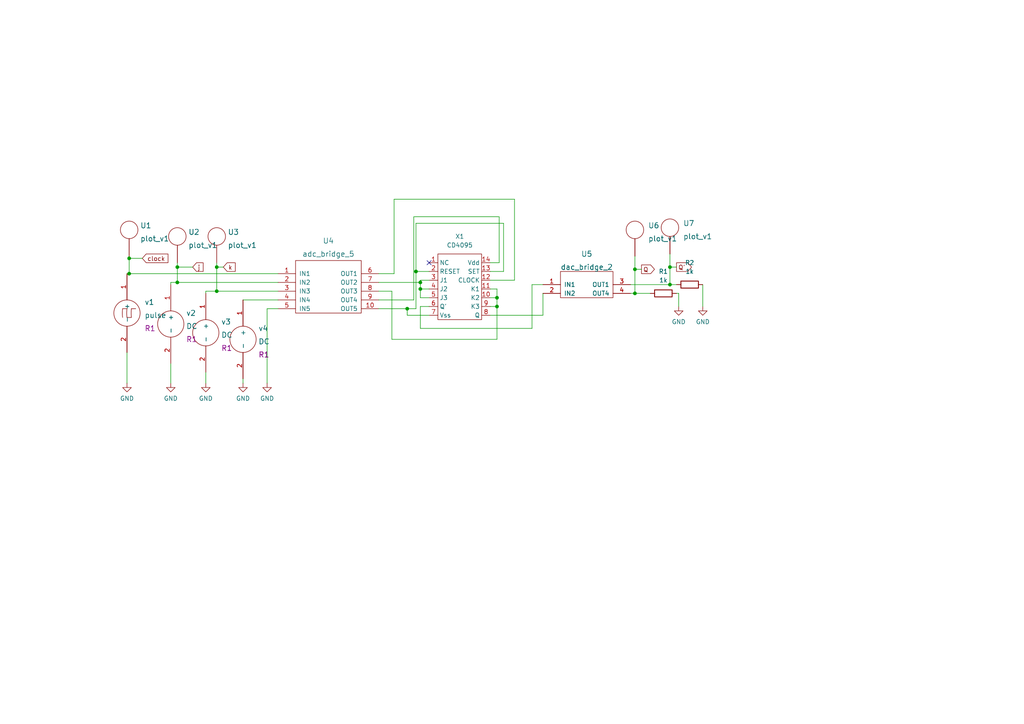
<source format=kicad_sch>
(kicad_sch (version 20211123) (generator eeschema)

  (uuid 6ddb2548-daac-4fd9-b266-70cd623a22a5)

  (paper "A4")

  (lib_symbols
    (symbol "eSim_Devices:resistor" (pin_numbers hide) (pin_names (offset 0)) (in_bom yes) (on_board yes)
      (property "Reference" "R" (id 0) (at 1.27 3.302 0)
        (effects (font (size 1.27 1.27)))
      )
      (property "Value" "resistor" (id 1) (at 1.27 -1.27 0)
        (effects (font (size 1.27 1.27)))
      )
      (property "Footprint" "" (id 2) (at 1.27 -0.508 0)
        (effects (font (size 0.762 0.762)))
      )
      (property "Datasheet" "" (id 3) (at 1.27 1.27 90)
        (effects (font (size 0.762 0.762)))
      )
      (property "ki_fp_filters" "R_* Resistor_*" (id 4) (at 0 0 0)
        (effects (font (size 1.27 1.27)) hide)
      )
      (symbol "resistor_0_1"
        (rectangle (start 3.81 0.254) (end -1.27 2.286)
          (stroke (width 0.254) (type default) (color 0 0 0 0))
          (fill (type none))
        )
      )
      (symbol "resistor_1_1"
        (pin passive line (at -2.54 1.27 0) (length 1.27)
          (name "~" (effects (font (size 1.524 1.524))))
          (number "1" (effects (font (size 1.524 1.524))))
        )
        (pin passive line (at 5.08 1.27 180) (length 1.27)
          (name "~" (effects (font (size 1.524 1.524))))
          (number "2" (effects (font (size 1.524 1.524))))
        )
      )
    )
    (symbol "eSim_Hybrid:adc_bridge_5" (pin_names (offset 1.016)) (in_bom yes) (on_board yes)
      (property "Reference" "U" (id 0) (at 0 0 0)
        (effects (font (size 1.524 1.524)))
      )
      (property "Value" "adc_bridge_5" (id 1) (at 0 3.81 0)
        (effects (font (size 1.524 1.524)))
      )
      (property "Footprint" "" (id 2) (at 0 0 0)
        (effects (font (size 1.524 1.524)))
      )
      (property "Datasheet" "" (id 3) (at 0 0 0)
        (effects (font (size 1.524 1.524)))
      )
      (symbol "adc_bridge_5_0_1"
        (rectangle (start -10.16 5.08) (end 8.89 -10.16)
          (stroke (width 0) (type default) (color 0 0 0 0))
          (fill (type none))
        )
      )
      (symbol "adc_bridge_5_1_1"
        (pin input line (at -15.24 1.27 0) (length 5.08)
          (name "IN1" (effects (font (size 1.27 1.27))))
          (number "1" (effects (font (size 1.27 1.27))))
        )
        (pin output line (at 13.97 -8.89 180) (length 5.08)
          (name "OUT5" (effects (font (size 1.27 1.27))))
          (number "10" (effects (font (size 1.27 1.27))))
        )
        (pin input line (at -15.24 -1.27 0) (length 5.08)
          (name "IN2" (effects (font (size 1.27 1.27))))
          (number "2" (effects (font (size 1.27 1.27))))
        )
        (pin input line (at -15.24 -3.81 0) (length 5.08)
          (name "IN3" (effects (font (size 1.27 1.27))))
          (number "3" (effects (font (size 1.27 1.27))))
        )
        (pin input line (at -15.24 -6.35 0) (length 5.08)
          (name "IN4" (effects (font (size 1.27 1.27))))
          (number "4" (effects (font (size 1.27 1.27))))
        )
        (pin input line (at -15.24 -8.89 0) (length 5.08)
          (name "IN5" (effects (font (size 1.27 1.27))))
          (number "5" (effects (font (size 1.27 1.27))))
        )
        (pin output line (at 13.97 1.27 180) (length 5.08)
          (name "OUT1" (effects (font (size 1.27 1.27))))
          (number "6" (effects (font (size 1.27 1.27))))
        )
        (pin output line (at 13.97 -1.27 180) (length 5.08)
          (name "OUT2" (effects (font (size 1.27 1.27))))
          (number "7" (effects (font (size 1.27 1.27))))
        )
        (pin output line (at 13.97 -3.81 180) (length 5.08)
          (name "OUT3" (effects (font (size 1.27 1.27))))
          (number "8" (effects (font (size 1.27 1.27))))
        )
        (pin output line (at 13.97 -6.35 180) (length 5.08)
          (name "OUT4" (effects (font (size 1.27 1.27))))
          (number "9" (effects (font (size 1.27 1.27))))
        )
      )
    )
    (symbol "eSim_Hybrid:dac_bridge_2" (pin_names (offset 1.016)) (in_bom yes) (on_board yes)
      (property "Reference" "U" (id 0) (at 0 0 0)
        (effects (font (size 1.524 1.524)))
      )
      (property "Value" "dac_bridge_2" (id 1) (at 1.27 3.81 0)
        (effects (font (size 1.524 1.524)))
      )
      (property "Footprint" "" (id 2) (at 0 0 0)
        (effects (font (size 1.524 1.524)))
      )
      (property "Datasheet" "" (id 3) (at 0 0 0)
        (effects (font (size 1.524 1.524)))
      )
      (symbol "dac_bridge_2_0_1"
        (rectangle (start -6.35 5.08) (end 8.89 -2.54)
          (stroke (width 0) (type default) (color 0 0 0 0))
          (fill (type none))
        )
      )
      (symbol "dac_bridge_2_1_1"
        (pin input line (at -11.43 1.27 0) (length 5.08)
          (name "IN1" (effects (font (size 1.27 1.27))))
          (number "1" (effects (font (size 1.27 1.27))))
        )
        (pin input line (at -11.43 -1.27 0) (length 5.08)
          (name "IN2" (effects (font (size 1.27 1.27))))
          (number "2" (effects (font (size 1.27 1.27))))
        )
        (pin output line (at 13.97 1.27 180) (length 5.08)
          (name "OUT1" (effects (font (size 1.27 1.27))))
          (number "3" (effects (font (size 1.27 1.27))))
        )
        (pin output line (at 13.97 -1.27 180) (length 5.08)
          (name "OUT4" (effects (font (size 1.27 1.27))))
          (number "4" (effects (font (size 1.27 1.27))))
        )
      )
    )
    (symbol "eSim_Plot:plot_v1" (pin_names (offset 1.016)) (in_bom yes) (on_board yes)
      (property "Reference" "U" (id 0) (at 0 12.7 0)
        (effects (font (size 1.524 1.524)))
      )
      (property "Value" "plot_v1" (id 1) (at 5.08 8.89 0)
        (effects (font (size 1.524 1.524)))
      )
      (property "Footprint" "" (id 2) (at 0 0 0)
        (effects (font (size 1.524 1.524)))
      )
      (property "Datasheet" "" (id 3) (at 0 0 0)
        (effects (font (size 1.524 1.524)))
      )
      (symbol "plot_v1_0_1"
        (circle (center 0 12.7) (radius 2.54)
          (stroke (width 0) (type default) (color 0 0 0 0))
          (fill (type none))
        )
      )
      (symbol "plot_v1_1_1"
        (pin input line (at 0 5.08 90) (length 5.08)
          (name "~" (effects (font (size 1.27 1.27))))
          (number "~" (effects (font (size 1.27 1.27))))
        )
      )
    )
    (symbol "eSim_Power:eSim_GND" (power) (pin_names (offset 0)) (in_bom yes) (on_board yes)
      (property "Reference" "#PWR" (id 0) (at 0 -6.35 0)
        (effects (font (size 1.27 1.27)) hide)
      )
      (property "Value" "eSim_GND" (id 1) (at 0 -3.81 0)
        (effects (font (size 1.27 1.27)))
      )
      (property "Footprint" "" (id 2) (at 0 0 0)
        (effects (font (size 1.27 1.27)) hide)
      )
      (property "Datasheet" "" (id 3) (at 0 0 0)
        (effects (font (size 1.27 1.27)) hide)
      )
      (symbol "eSim_GND_0_1"
        (polyline
          (pts
            (xy 0 0)
            (xy 0 -1.27)
            (xy 1.27 -1.27)
            (xy 0 -2.54)
            (xy -1.27 -1.27)
            (xy 0 -1.27)
          )
          (stroke (width 0) (type default) (color 0 0 0 0))
          (fill (type none))
        )
      )
      (symbol "eSim_GND_1_1"
        (pin power_in line (at 0 0 270) (length 0) hide
          (name "GND" (effects (font (size 1.27 1.27))))
          (number "1" (effects (font (size 1.27 1.27))))
        )
      )
    )
    (symbol "eSim_Sources:DC" (pin_names (offset 1.016)) (in_bom yes) (on_board yes)
      (property "Reference" "v" (id 0) (at -5.08 2.54 0)
        (effects (font (size 1.524 1.524)))
      )
      (property "Value" "DC" (id 1) (at -5.08 -1.27 0)
        (effects (font (size 1.524 1.524)))
      )
      (property "Footprint" "R1" (id 2) (at -7.62 0 0)
        (effects (font (size 1.524 1.524)))
      )
      (property "Datasheet" "" (id 3) (at 0 0 0)
        (effects (font (size 1.524 1.524)))
      )
      (property "ki_fp_filters" "1_pin" (id 4) (at 0 0 0)
        (effects (font (size 1.27 1.27)) hide)
      )
      (symbol "DC_0_1"
        (circle (center 0 0) (radius 3.81)
          (stroke (width 0) (type default) (color 0 0 0 0))
          (fill (type none))
        )
      )
      (symbol "DC_1_1"
        (pin power_out line (at 0 11.43 270) (length 7.62)
          (name "+" (effects (font (size 1.27 1.27))))
          (number "1" (effects (font (size 1.27 1.27))))
        )
        (pin power_out line (at 0 -11.43 90) (length 7.62)
          (name "-" (effects (font (size 1.27 1.27))))
          (number "2" (effects (font (size 1.27 1.27))))
        )
      )
    )
    (symbol "eSim_Sources:pulse" (pin_names (offset 1.016)) (in_bom yes) (on_board yes)
      (property "Reference" "v" (id 0) (at -5.08 2.54 0)
        (effects (font (size 1.524 1.524)))
      )
      (property "Value" "pulse" (id 1) (at -5.08 -1.27 0)
        (effects (font (size 1.524 1.524)))
      )
      (property "Footprint" "R1" (id 2) (at -7.62 0 0)
        (effects (font (size 1.524 1.524)))
      )
      (property "Datasheet" "" (id 3) (at 0 0 0)
        (effects (font (size 1.524 1.524)))
      )
      (property "ki_fp_filters" "1_pin" (id 4) (at 0 0 0)
        (effects (font (size 1.27 1.27)) hide)
      )
      (symbol "pulse_0_1"
        (arc (start -1.27 1.27) (mid -1.3491 0) (end -1.27 -1.27)
          (stroke (width 0) (type default) (color 0 0 0 0))
          (fill (type none))
        )
        (arc (start 0 -1.27) (mid 0.635 -1.2876) (end 1.27 -1.27)
          (stroke (width 0) (type default) (color 0 0 0 0))
          (fill (type none))
        )
        (circle (center 0 0) (radius 3.81)
          (stroke (width 0) (type default) (color 0 0 0 0))
          (fill (type none))
        )
        (arc (start 0 1.27) (mid -0.635 1.2859) (end -1.27 1.27)
          (stroke (width 0) (type default) (color 0 0 0 0))
          (fill (type none))
        )
        (arc (start 0 1.27) (mid -0.0703 0) (end 0 -1.27)
          (stroke (width 0) (type default) (color 0 0 0 0))
          (fill (type none))
        )
        (arc (start 1.27 1.27) (mid 1.2124 0) (end 1.27 -1.27)
          (stroke (width 0) (type default) (color 0 0 0 0))
          (fill (type none))
        )
        (arc (start 1.27 1.27) (mid 1.905 1.2556) (end 2.54 1.27)
          (stroke (width 0) (type default) (color 0 0 0 0))
          (fill (type none))
        )
      )
      (symbol "pulse_1_1"
        (pin passive line (at 0 11.43 270) (length 7.62)
          (name "+" (effects (font (size 1.27 1.27))))
          (number "1" (effects (font (size 1.27 1.27))))
        )
        (pin passive line (at 0 -11.43 90) (length 7.62)
          (name "-" (effects (font (size 1.27 1.27))))
          (number "2" (effects (font (size 1.27 1.27))))
        )
      )
    )
    (symbol "eSim_Subckt:CD4095" (in_bom yes) (on_board yes)
      (property "Reference" "X" (id 0) (at 0 -10.16 0)
        (effects (font (size 1.27 1.27)))
      )
      (property "Value" "CD4095" (id 1) (at 0 13.97 0)
        (effects (font (size 1.27 1.27)))
      )
      (property "Footprint" "" (id 2) (at 0 0 0)
        (effects (font (size 1.27 1.27)) hide)
      )
      (property "Datasheet" "" (id 3) (at 0 0 0)
        (effects (font (size 1.27 1.27)) hide)
      )
      (symbol "CD4095_0_1"
        (rectangle (start -6.35 12.7) (end 6.35 -6.35)
          (stroke (width 0) (type default) (color 0 0 0 0))
          (fill (type none))
        )
      )
      (symbol "CD4095_1_1"
        (pin input line (at -8.89 10.16 0) (length 2.54)
          (name "NC" (effects (font (size 1.27 1.27))))
          (number "1" (effects (font (size 1.27 1.27))))
        )
        (pin input line (at 8.89 0 180) (length 2.54)
          (name "K2" (effects (font (size 1.27 1.27))))
          (number "10" (effects (font (size 1.27 1.27))))
        )
        (pin input line (at 8.89 2.54 180) (length 2.54)
          (name "K1" (effects (font (size 1.27 1.27))))
          (number "11" (effects (font (size 1.27 1.27))))
        )
        (pin input line (at 8.89 5.08 180) (length 2.54)
          (name "CLOCK" (effects (font (size 1.27 1.27))))
          (number "12" (effects (font (size 1.27 1.27))))
        )
        (pin input line (at 8.89 7.62 180) (length 2.54)
          (name "SET" (effects (font (size 1.27 1.27))))
          (number "13" (effects (font (size 1.27 1.27))))
        )
        (pin input line (at 8.89 10.16 180) (length 2.54)
          (name "Vdd" (effects (font (size 1.27 1.27))))
          (number "14" (effects (font (size 1.27 1.27))))
        )
        (pin input line (at -8.89 7.62 0) (length 2.54)
          (name "RESET" (effects (font (size 1.27 1.27))))
          (number "2" (effects (font (size 1.27 1.27))))
        )
        (pin input line (at -8.89 5.08 0) (length 2.54)
          (name "J1" (effects (font (size 1.27 1.27))))
          (number "3" (effects (font (size 1.27 1.27))))
        )
        (pin input line (at -8.89 2.54 0) (length 2.54)
          (name "J2" (effects (font (size 1.27 1.27))))
          (number "4" (effects (font (size 1.27 1.27))))
        )
        (pin input line (at -8.89 0 0) (length 2.54)
          (name "J3" (effects (font (size 1.27 1.27))))
          (number "5" (effects (font (size 1.27 1.27))))
        )
        (pin output line (at -8.89 -2.54 0) (length 2.54)
          (name "Q'" (effects (font (size 1.27 1.27))))
          (number "6" (effects (font (size 1.27 1.27))))
        )
        (pin input line (at -8.89 -5.08 0) (length 2.54)
          (name "Vss" (effects (font (size 1.27 1.27))))
          (number "7" (effects (font (size 1.27 1.27))))
        )
        (pin output line (at 8.89 -5.08 180) (length 2.54)
          (name "Q" (effects (font (size 1.27 1.27))))
          (number "8" (effects (font (size 1.27 1.27))))
        )
        (pin input line (at 8.89 -2.54 180) (length 2.54)
          (name "K3" (effects (font (size 1.27 1.27))))
          (number "9" (effects (font (size 1.27 1.27))))
        )
      )
    )
  )


  (junction (at 62.865 84.455) (diameter 0) (color 0 0 0 0)
    (uuid 158fc8bf-2372-4ab1-8c63-4d4c7d0093a2)
  )
  (junction (at 121.92 83.82) (diameter 0) (color 0 0 0 0)
    (uuid 1a75dfb1-8a4d-497e-aca8-b90ae5345381)
  )
  (junction (at 144.145 86.36) (diameter 0) (color 0 0 0 0)
    (uuid 47220aa5-b401-4f21-b9d9-42831526fa72)
  )
  (junction (at 121.92 81.915) (diameter 0) (color 0 0 0 0)
    (uuid 5fe9ecb5-48b3-46cc-afa8-26ea6e1519f0)
  )
  (junction (at 37.465 74.93) (diameter 0) (color 0 0 0 0)
    (uuid 641153ee-9414-4fe8-8bd4-ebf04fe1efa1)
  )
  (junction (at 184.15 85.09) (diameter 0) (color 0 0 0 0)
    (uuid 6c8db3b9-f791-456e-b9fe-822def7f0e02)
  )
  (junction (at 51.435 81.915) (diameter 0) (color 0 0 0 0)
    (uuid 8d2b4fc5-2eb9-4d09-86c0-66047c4b934f)
  )
  (junction (at 120.65 78.74) (diameter 0) (color 0 0 0 0)
    (uuid 97bc157f-999a-4b31-8e48-a8fc11bb3646)
  )
  (junction (at 194.31 82.55) (diameter 0) (color 0 0 0 0)
    (uuid 98f8ca71-7408-440c-9cf2-8797a7e04ac2)
  )
  (junction (at 118.11 89.535) (diameter 0) (color 0 0 0 0)
    (uuid a2c88e5b-9cc0-46cf-8fec-4ebd4f605520)
  )
  (junction (at 184.15 78.105) (diameter 0) (color 0 0 0 0)
    (uuid c6b5f580-f917-435a-a6c6-5ab83333476d)
  )
  (junction (at 51.435 77.47) (diameter 0) (color 0 0 0 0)
    (uuid c730cb45-b937-4442-b7be-a4f7154de573)
  )
  (junction (at 37.465 79.375) (diameter 0) (color 0 0 0 0)
    (uuid c7c627dc-ac2e-432a-bb26-fa2280c04ff1)
  )
  (junction (at 194.31 77.47) (diameter 0) (color 0 0 0 0)
    (uuid d6691803-4e4a-4223-a142-7ccc1bfccae2)
  )
  (junction (at 62.865 77.47) (diameter 0) (color 0 0 0 0)
    (uuid ee5360cf-9bcf-4eee-8e15-b544f3fe6c25)
  )
  (junction (at 144.145 88.9) (diameter 0) (color 0 0 0 0)
    (uuid fcce4827-bac3-4935-baeb-2ed6e6dd829c)
  )

  (no_connect (at 124.46 76.2) (uuid adf08c6d-2d61-46f0-80ec-535aae0f803f))

  (wire (pts (xy 120.65 64.77) (xy 146.05 64.77))
    (stroke (width 0) (type default) (color 0 0 0 0))
    (uuid 0252c595-8316-410d-9ac1-a4e5a31e1276)
  )
  (wire (pts (xy 194.31 82.55) (xy 196.215 82.55))
    (stroke (width 0) (type default) (color 0 0 0 0))
    (uuid 02f66b93-4dd8-44a4-a344-e7bd80de6997)
  )
  (wire (pts (xy 144.78 62.865) (xy 144.78 76.2))
    (stroke (width 0) (type default) (color 0 0 0 0))
    (uuid 031e5e11-6960-4b7f-94b8-efa4947b80ae)
  )
  (wire (pts (xy 184.15 74.295) (xy 184.15 78.105))
    (stroke (width 0) (type default) (color 0 0 0 0))
    (uuid 065ff7ec-6968-465c-a154-863e6b0d1e00)
  )
  (wire (pts (xy 36.83 79.375) (xy 37.465 79.375))
    (stroke (width 0) (type default) (color 0 0 0 0))
    (uuid 0a30d9db-eeb3-4c8b-8db1-875e169ca2cd)
  )
  (wire (pts (xy 109.855 84.455) (xy 113.665 84.455))
    (stroke (width 0) (type default) (color 0 0 0 0))
    (uuid 0c58deed-f263-49e8-9e1a-0a82e82ed3b4)
  )
  (wire (pts (xy 37.465 74.93) (xy 41.275 74.93))
    (stroke (width 0) (type default) (color 0 0 0 0))
    (uuid 0fdf1e47-3fc1-4f5c-ad7f-a0f098aa2660)
  )
  (wire (pts (xy 124.46 86.36) (xy 121.92 86.36))
    (stroke (width 0) (type default) (color 0 0 0 0))
    (uuid 1117a7c4-c04e-4df0-a69d-e42eed7fb578)
  )
  (wire (pts (xy 142.24 88.9) (xy 144.145 88.9))
    (stroke (width 0) (type default) (color 0 0 0 0))
    (uuid 162590c9-903d-4e37-a972-095874603d3a)
  )
  (wire (pts (xy 59.69 107.95) (xy 59.69 111.125))
    (stroke (width 0) (type default) (color 0 0 0 0))
    (uuid 1ba98d3f-8f88-45e6-b036-75205bfff085)
  )
  (wire (pts (xy 142.24 78.74) (xy 146.05 78.74))
    (stroke (width 0) (type default) (color 0 0 0 0))
    (uuid 1cf90459-2527-4722-9267-9267127c11f0)
  )
  (wire (pts (xy 113.665 84.455) (xy 113.665 98.425))
    (stroke (width 0) (type default) (color 0 0 0 0))
    (uuid 20a5c6dc-67bd-4eda-a2ed-ab6cafdf9577)
  )
  (wire (pts (xy 124.46 83.82) (xy 121.92 83.82))
    (stroke (width 0) (type default) (color 0 0 0 0))
    (uuid 22b0b5cd-753a-4bbb-9aa6-68771f23d35d)
  )
  (wire (pts (xy 142.24 91.44) (xy 157.48 91.44))
    (stroke (width 0) (type default) (color 0 0 0 0))
    (uuid 22b8b13f-6eb4-4e1e-b6df-d471cfe74a62)
  )
  (wire (pts (xy 80.645 84.455) (xy 62.865 84.455))
    (stroke (width 0) (type default) (color 0 0 0 0))
    (uuid 2efd2627-1433-4ec3-ba24-fc3034481344)
  )
  (wire (pts (xy 182.88 85.09) (xy 184.15 85.09))
    (stroke (width 0) (type default) (color 0 0 0 0))
    (uuid 314097fd-cef5-4a7b-ae36-ec27c000b167)
  )
  (wire (pts (xy 49.53 81.915) (xy 51.435 81.915))
    (stroke (width 0) (type default) (color 0 0 0 0))
    (uuid 348afd13-2dd3-4d07-b128-ef86d38ec166)
  )
  (wire (pts (xy 36.83 102.235) (xy 36.83 111.125))
    (stroke (width 0) (type default) (color 0 0 0 0))
    (uuid 383ad95c-9783-4772-9893-81a7eae32178)
  )
  (wire (pts (xy 51.435 77.47) (xy 51.435 81.915))
    (stroke (width 0) (type default) (color 0 0 0 0))
    (uuid 39430e2b-8ead-493b-9417-e5a7ad1322eb)
  )
  (wire (pts (xy 120.015 86.995) (xy 120.015 62.865))
    (stroke (width 0) (type default) (color 0 0 0 0))
    (uuid 3b84a858-6726-4627-821e-ab531dd4fba5)
  )
  (wire (pts (xy 194.31 77.47) (xy 196.215 77.47))
    (stroke (width 0) (type default) (color 0 0 0 0))
    (uuid 3e5255e5-a25a-46b9-b74f-9282104fd352)
  )
  (wire (pts (xy 194.31 77.47) (xy 194.31 82.55))
    (stroke (width 0) (type default) (color 0 0 0 0))
    (uuid 412e789d-fb18-4b94-982a-8440109ea6fc)
  )
  (wire (pts (xy 120.65 78.74) (xy 120.65 64.77))
    (stroke (width 0) (type default) (color 0 0 0 0))
    (uuid 42879eca-1572-4d92-a31c-1e80a9976411)
  )
  (wire (pts (xy 120.65 89.535) (xy 120.65 78.74))
    (stroke (width 0) (type default) (color 0 0 0 0))
    (uuid 463b47bb-0714-4393-b92d-d662f42466b4)
  )
  (wire (pts (xy 144.145 88.9) (xy 144.145 98.425))
    (stroke (width 0) (type default) (color 0 0 0 0))
    (uuid 5af5d9df-7033-452b-9185-274bffc7edb4)
  )
  (wire (pts (xy 37.465 79.375) (xy 80.645 79.375))
    (stroke (width 0) (type default) (color 0 0 0 0))
    (uuid 6ae47885-6fa9-4f8e-ba2d-962a605aa7ba)
  )
  (wire (pts (xy 124.46 91.44) (xy 118.11 91.44))
    (stroke (width 0) (type default) (color 0 0 0 0))
    (uuid 6dca47cb-72d3-46de-a38c-13aa942b7934)
  )
  (wire (pts (xy 157.48 91.44) (xy 157.48 85.09))
    (stroke (width 0) (type default) (color 0 0 0 0))
    (uuid 75a00c31-306d-43cf-abba-91e2ca37ef32)
  )
  (wire (pts (xy 77.47 89.535) (xy 77.47 111.125))
    (stroke (width 0) (type default) (color 0 0 0 0))
    (uuid 75b318de-9ce2-4a75-8224-8f4039c73ceb)
  )
  (wire (pts (xy 62.865 77.47) (xy 64.77 77.47))
    (stroke (width 0) (type default) (color 0 0 0 0))
    (uuid 7f39a640-8a07-4b30-9e77-2ab0ffb4e654)
  )
  (wire (pts (xy 49.53 82.55) (xy 49.53 81.915))
    (stroke (width 0) (type default) (color 0 0 0 0))
    (uuid 7f8b1b53-ae05-437f-bf41-58715b736917)
  )
  (wire (pts (xy 51.435 77.47) (xy 55.88 77.47))
    (stroke (width 0) (type default) (color 0 0 0 0))
    (uuid 815c787b-babb-4ef6-994a-0935cf543de6)
  )
  (wire (pts (xy 62.865 84.455) (xy 59.69 84.455))
    (stroke (width 0) (type default) (color 0 0 0 0))
    (uuid 82e73234-9f01-4bbe-aab1-a96b8ae27d62)
  )
  (wire (pts (xy 196.215 85.09) (xy 196.85 85.09))
    (stroke (width 0) (type default) (color 0 0 0 0))
    (uuid 85574cbe-f395-42b7-ba7f-eb49a69a9bd5)
  )
  (wire (pts (xy 120.015 62.865) (xy 144.78 62.865))
    (stroke (width 0) (type default) (color 0 0 0 0))
    (uuid 881eafdf-80ef-4f31-91bc-5d79ab021972)
  )
  (wire (pts (xy 37.465 74.295) (xy 37.465 74.93))
    (stroke (width 0) (type default) (color 0 0 0 0))
    (uuid 8a1740bd-f297-401d-a814-7a329edb48b7)
  )
  (wire (pts (xy 144.145 83.82) (xy 144.145 86.36))
    (stroke (width 0) (type default) (color 0 0 0 0))
    (uuid 8a6e0760-23d9-463b-a411-a7d22e83f541)
  )
  (wire (pts (xy 184.15 78.105) (xy 184.15 85.09))
    (stroke (width 0) (type default) (color 0 0 0 0))
    (uuid 960a04fa-774d-4d72-9d8d-dc125e541c1d)
  )
  (wire (pts (xy 49.53 105.41) (xy 49.53 111.125))
    (stroke (width 0) (type default) (color 0 0 0 0))
    (uuid 9791590e-b5b2-47b9-9ae5-ba382d85a4a7)
  )
  (wire (pts (xy 118.11 91.44) (xy 118.11 89.535))
    (stroke (width 0) (type default) (color 0 0 0 0))
    (uuid a2cd2b8c-a04a-4c69-81b1-74aa683b928a)
  )
  (wire (pts (xy 109.855 81.915) (xy 121.92 81.915))
    (stroke (width 0) (type default) (color 0 0 0 0))
    (uuid a31c2aa9-c8af-4f37-b3c9-3b175f8d9e3a)
  )
  (wire (pts (xy 118.11 89.535) (xy 120.65 89.535))
    (stroke (width 0) (type default) (color 0 0 0 0))
    (uuid a42ff2df-3d39-436e-9ce0-a80c072fa36a)
  )
  (wire (pts (xy 146.05 64.77) (xy 146.05 78.74))
    (stroke (width 0) (type default) (color 0 0 0 0))
    (uuid a4db6c3d-7ec9-4e54-8691-678573d6912a)
  )
  (wire (pts (xy 70.485 109.855) (xy 70.485 111.125))
    (stroke (width 0) (type default) (color 0 0 0 0))
    (uuid a7ba79fb-409b-418b-893b-2f039d7925aa)
  )
  (wire (pts (xy 114.3 57.785) (xy 149.225 57.785))
    (stroke (width 0) (type default) (color 0 0 0 0))
    (uuid a835eed8-0df8-4960-b3fc-58798826c107)
  )
  (wire (pts (xy 109.855 89.535) (xy 118.11 89.535))
    (stroke (width 0) (type default) (color 0 0 0 0))
    (uuid aa8692e9-40ad-440d-b4c7-18ab83fc8224)
  )
  (wire (pts (xy 121.92 88.9) (xy 121.92 95.25))
    (stroke (width 0) (type default) (color 0 0 0 0))
    (uuid ae4a877e-31a8-415e-808d-d921d12f2c14)
  )
  (wire (pts (xy 114.3 79.375) (xy 114.3 57.785))
    (stroke (width 0) (type default) (color 0 0 0 0))
    (uuid b826cc1c-3143-463f-83e5-481e87b39a8f)
  )
  (wire (pts (xy 62.865 77.47) (xy 62.865 84.455))
    (stroke (width 0) (type default) (color 0 0 0 0))
    (uuid b8eff5a7-dbd3-4b27-941c-6651c79646f1)
  )
  (wire (pts (xy 121.92 95.25) (xy 154.305 95.25))
    (stroke (width 0) (type default) (color 0 0 0 0))
    (uuid bcbba044-2345-4af8-8b88-7cdfcdd1eaa5)
  )
  (wire (pts (xy 154.305 95.25) (xy 154.305 82.55))
    (stroke (width 0) (type default) (color 0 0 0 0))
    (uuid bd445d98-5618-4cb2-a847-9913574f889d)
  )
  (wire (pts (xy 121.92 81.915) (xy 121.92 83.82))
    (stroke (width 0) (type default) (color 0 0 0 0))
    (uuid c553053a-e6e5-4fe2-b3e5-63f01031d5c0)
  )
  (wire (pts (xy 144.145 86.36) (xy 142.24 86.36))
    (stroke (width 0) (type default) (color 0 0 0 0))
    (uuid c6c2be90-b661-4f19-92a5-1bbafe6ecb61)
  )
  (wire (pts (xy 121.92 81.28) (xy 121.92 81.915))
    (stroke (width 0) (type default) (color 0 0 0 0))
    (uuid c813f7c4-c361-44a7-91dc-229a03e9946a)
  )
  (wire (pts (xy 149.225 57.785) (xy 149.225 81.28))
    (stroke (width 0) (type default) (color 0 0 0 0))
    (uuid cd0771fc-55bd-4e82-bb65-6541d3e01f67)
  )
  (wire (pts (xy 109.855 86.995) (xy 120.015 86.995))
    (stroke (width 0) (type default) (color 0 0 0 0))
    (uuid cd2fce83-0532-43e5-97dc-7bbe868774fa)
  )
  (wire (pts (xy 80.645 89.535) (xy 77.47 89.535))
    (stroke (width 0) (type default) (color 0 0 0 0))
    (uuid cd7206da-d38f-4ae5-a795-25859d91eb8e)
  )
  (wire (pts (xy 142.24 83.82) (xy 144.145 83.82))
    (stroke (width 0) (type default) (color 0 0 0 0))
    (uuid ce170d80-1bc9-4f07-b3d0-bb2cb042dcda)
  )
  (wire (pts (xy 144.145 86.36) (xy 144.145 88.9))
    (stroke (width 0) (type default) (color 0 0 0 0))
    (uuid d1a8873e-545f-4952-ae4d-ad4bfbc241e2)
  )
  (wire (pts (xy 149.225 81.28) (xy 142.24 81.28))
    (stroke (width 0) (type default) (color 0 0 0 0))
    (uuid d2bc7845-c50a-4557-817a-1a3f964afb83)
  )
  (wire (pts (xy 184.15 78.105) (xy 186.055 78.105))
    (stroke (width 0) (type default) (color 0 0 0 0))
    (uuid d2f12395-62ff-4ed6-9ceb-3a6d967ae52b)
  )
  (wire (pts (xy 144.78 76.2) (xy 142.24 76.2))
    (stroke (width 0) (type default) (color 0 0 0 0))
    (uuid d64894ef-d4d5-4f44-9cc1-5f12b7a9dbda)
  )
  (wire (pts (xy 37.465 74.93) (xy 37.465 79.375))
    (stroke (width 0) (type default) (color 0 0 0 0))
    (uuid d773f528-cd54-4547-95c3-65d6bdbf881e)
  )
  (wire (pts (xy 182.88 82.55) (xy 194.31 82.55))
    (stroke (width 0) (type default) (color 0 0 0 0))
    (uuid daa4edd9-fa43-4812-8784-0c37d34e72e6)
  )
  (wire (pts (xy 121.92 81.28) (xy 124.46 81.28))
    (stroke (width 0) (type default) (color 0 0 0 0))
    (uuid dca61580-d5f6-42ce-a7e2-3ad9c3569f5f)
  )
  (wire (pts (xy 120.65 78.74) (xy 124.46 78.74))
    (stroke (width 0) (type default) (color 0 0 0 0))
    (uuid e09f8887-d192-4290-b717-180c92f4c363)
  )
  (wire (pts (xy 196.85 85.09) (xy 196.85 88.9))
    (stroke (width 0) (type default) (color 0 0 0 0))
    (uuid e13571bd-70d3-406d-99bf-1e75a926fb06)
  )
  (wire (pts (xy 124.46 88.9) (xy 121.92 88.9))
    (stroke (width 0) (type default) (color 0 0 0 0))
    (uuid e2856f51-a22d-4371-a9e5-da3e361fd951)
  )
  (wire (pts (xy 184.15 85.09) (xy 188.595 85.09))
    (stroke (width 0) (type default) (color 0 0 0 0))
    (uuid e4033609-18f0-413e-a30b-4e38977cfb1a)
  )
  (wire (pts (xy 62.865 76.2) (xy 62.865 77.47))
    (stroke (width 0) (type default) (color 0 0 0 0))
    (uuid e6409b21-7b5b-4693-a8d9-f16b5d87c65a)
  )
  (wire (pts (xy 113.665 98.425) (xy 144.145 98.425))
    (stroke (width 0) (type default) (color 0 0 0 0))
    (uuid e6bf8ad4-6a35-46ad-9357-6f8a3661a496)
  )
  (wire (pts (xy 51.435 81.915) (xy 80.645 81.915))
    (stroke (width 0) (type default) (color 0 0 0 0))
    (uuid ed2ddb63-b998-4530-92f6-55303a69f2fb)
  )
  (wire (pts (xy 51.435 76.2) (xy 51.435 77.47))
    (stroke (width 0) (type default) (color 0 0 0 0))
    (uuid ee595bb2-60f8-4adf-8023-8d061c9afd70)
  )
  (wire (pts (xy 70.485 86.995) (xy 80.645 86.995))
    (stroke (width 0) (type default) (color 0 0 0 0))
    (uuid f12894d9-3d35-43f4-aaf8-37fb7d170903)
  )
  (wire (pts (xy 109.855 79.375) (xy 114.3 79.375))
    (stroke (width 0) (type default) (color 0 0 0 0))
    (uuid f57dfa40-1b5a-4266-a037-d2a0f6eb3fd7)
  )
  (wire (pts (xy 121.92 86.36) (xy 121.92 83.82))
    (stroke (width 0) (type default) (color 0 0 0 0))
    (uuid f72850ba-ed40-4582-894f-12dcb251db99)
  )
  (wire (pts (xy 59.69 84.455) (xy 59.69 85.09))
    (stroke (width 0) (type default) (color 0 0 0 0))
    (uuid fa647cca-c10d-4e81-94ad-eb798f395cad)
  )
  (wire (pts (xy 194.31 73.66) (xy 194.31 77.47))
    (stroke (width 0) (type default) (color 0 0 0 0))
    (uuid fc3ec6a4-a651-4d01-8912-9a72a4df9321)
  )
  (wire (pts (xy 154.305 82.55) (xy 157.48 82.55))
    (stroke (width 0) (type default) (color 0 0 0 0))
    (uuid fd5567b1-1963-4dbb-a61b-712964977673)
  )
  (wire (pts (xy 203.835 82.55) (xy 203.835 88.9))
    (stroke (width 0) (type default) (color 0 0 0 0))
    (uuid fed1f344-0fa6-4c26-9557-0a6f062846e6)
  )

  (global_label "k" (shape input) (at 64.77 77.47 0) (fields_autoplaced)
    (effects (font (size 1.27 1.27)) (justify left))
    (uuid 0da0d02c-9cf6-43e6-bf47-86500cbe035c)
    (property "Intersheet References" "${INTERSHEET_REFS}" (id 0) (at 68.2112 77.3906 0)
      (effects (font (size 1.27 1.27)) (justify left) hide)
    )
  )
  (global_label "Q" (shape output) (at 186.055 78.105 0) (fields_autoplaced)
    (effects (font (size 1.27 1.27)) (justify left))
    (uuid 11903110-f580-467a-bb45-cacb2d62a97f)
    (property "Intersheet References" "${INTERSHEET_REFS}" (id 0) (at 189.7986 78.0256 0)
      (effects (font (size 1.27 1.27)) (justify left) hide)
    )
  )
  (global_label "j" (shape input) (at 55.88 77.47 0) (fields_autoplaced)
    (effects (font (size 1.27 1.27)) (justify left))
    (uuid 5d1e95ac-401b-4655-927e-5bca4fe5c5d2)
    (property "Intersheet References" "${INTERSHEET_REFS}" (id 0) (at 58.8979 77.3906 0)
      (effects (font (size 1.27 1.27)) (justify left) hide)
    )
  )
  (global_label "Q'" (shape output) (at 196.215 77.47 0) (fields_autoplaced)
    (effects (font (size 1.27 1.27)) (justify left))
    (uuid 642b1afe-758b-47e0-8940-91f85df11aab)
    (property "Intersheet References" "${INTERSHEET_REFS}" (id 0) (at 200.5633 77.3906 0)
      (effects (font (size 1.27 1.27)) (justify left) hide)
    )
  )
  (global_label "clock" (shape input) (at 41.275 74.93 0) (fields_autoplaced)
    (effects (font (size 1.27 1.27)) (justify left))
    (uuid 9133a676-ea78-4fe5-94f6-217b698431a5)
    (property "Intersheet References" "${INTERSHEET_REFS}" (id 0) (at 48.7076 74.8506 0)
      (effects (font (size 1.27 1.27)) (justify left) hide)
    )
  )

  (symbol (lib_id "eSim_Hybrid:adc_bridge_5") (at 95.885 80.645 0) (unit 1)
    (in_bom yes) (on_board yes) (fields_autoplaced)
    (uuid 147fae47-8de4-45c7-a06a-81f0a9635ee3)
    (property "Reference" "U4" (id 0) (at 95.25 69.85 0)
      (effects (font (size 1.524 1.524)))
    )
    (property "Value" "adc_bridge_5" (id 1) (at 95.25 73.66 0)
      (effects (font (size 1.524 1.524)))
    )
    (property "Footprint" "" (id 2) (at 95.885 80.645 0)
      (effects (font (size 1.524 1.524)))
    )
    (property "Datasheet" "" (id 3) (at 95.885 80.645 0)
      (effects (font (size 1.524 1.524)))
    )
    (pin "1" (uuid e3424b10-a222-42de-a30f-9f11257d2a65))
    (pin "10" (uuid b1b7c165-9cc5-4c35-86d4-e6c752741001))
    (pin "2" (uuid 9a77e5fc-b8de-449a-b518-59ebc52553fd))
    (pin "3" (uuid 1aa725b8-626b-499f-8c25-68d903847d0f))
    (pin "4" (uuid c35467cb-bef1-4574-b90c-0de7d4742b4c))
    (pin "5" (uuid ed6150c3-d51d-41d6-bbbd-d8c4cb105561))
    (pin "6" (uuid 80c60270-6445-4a0d-bc4f-f400796a63ec))
    (pin "7" (uuid 95698a61-a239-408b-ba61-f4127270b04b))
    (pin "8" (uuid 127995fa-497f-4ded-83a8-0d6526e74a27))
    (pin "9" (uuid 1e4ddcc9-b694-4b18-8c03-1bee1ff6f00e))
  )

  (symbol (lib_id "eSim_Power:eSim_GND") (at 70.485 111.125 0) (unit 1)
    (in_bom yes) (on_board yes) (fields_autoplaced)
    (uuid 1cb16f5b-9a1c-48c9-9b38-6fc72b94ca97)
    (property "Reference" "#PWR04" (id 0) (at 70.485 117.475 0)
      (effects (font (size 1.27 1.27)) hide)
    )
    (property "Value" "eSim_GND" (id 1) (at 70.485 115.57 0))
    (property "Footprint" "" (id 2) (at 70.485 111.125 0)
      (effects (font (size 1.27 1.27)) hide)
    )
    (property "Datasheet" "" (id 3) (at 70.485 111.125 0)
      (effects (font (size 1.27 1.27)) hide)
    )
    (pin "1" (uuid 3d8968a9-e973-4acc-b9cc-80380021218d))
  )

  (symbol (lib_id "eSim_Plot:plot_v1") (at 184.15 79.375 0) (unit 1)
    (in_bom yes) (on_board yes) (fields_autoplaced)
    (uuid 270c8c31-ebf0-42f7-a181-67922da89d81)
    (property "Reference" "U6" (id 0) (at 187.96 65.405 0)
      (effects (font (size 1.524 1.524)) (justify left))
    )
    (property "Value" "plot_v1" (id 1) (at 187.96 69.215 0)
      (effects (font (size 1.524 1.524)) (justify left))
    )
    (property "Footprint" "" (id 2) (at 184.15 79.375 0)
      (effects (font (size 1.524 1.524)))
    )
    (property "Datasheet" "" (id 3) (at 184.15 79.375 0)
      (effects (font (size 1.524 1.524)))
    )
    (pin "~" (uuid 65b95252-33c5-459b-a5f1-f5354fe273b2))
  )

  (symbol (lib_id "eSim_Sources:DC") (at 59.69 96.52 0) (unit 1)
    (in_bom yes) (on_board yes) (fields_autoplaced)
    (uuid 276aa02d-ba59-4748-811f-2cba31c6d875)
    (property "Reference" "v3" (id 0) (at 64.135 93.345 0)
      (effects (font (size 1.524 1.524)) (justify left))
    )
    (property "Value" "DC" (id 1) (at 64.135 97.155 0)
      (effects (font (size 1.524 1.524)) (justify left))
    )
    (property "Footprint" "R1" (id 2) (at 64.135 100.965 0)
      (effects (font (size 1.524 1.524)) (justify left))
    )
    (property "Datasheet" "" (id 3) (at 59.69 96.52 0)
      (effects (font (size 1.524 1.524)))
    )
    (pin "1" (uuid 2b2dd5a9-271a-44a7-bb64-2ac5155c0328))
    (pin "2" (uuid 95a7e5d7-cecf-4193-bf7c-9620ab1dbd02))
  )

  (symbol (lib_id "eSim_Devices:resistor") (at 191.135 86.36 0) (unit 1)
    (in_bom yes) (on_board yes) (fields_autoplaced)
    (uuid 376b4f2f-abe3-4922-b882-03d16b2ca758)
    (property "Reference" "R1" (id 0) (at 192.405 78.74 0))
    (property "Value" "1k" (id 1) (at 192.405 81.28 0))
    (property "Footprint" "" (id 2) (at 192.405 86.868 0)
      (effects (font (size 0.762 0.762)))
    )
    (property "Datasheet" "" (id 3) (at 192.405 85.09 90)
      (effects (font (size 0.762 0.762)))
    )
    (pin "1" (uuid 3d0a2371-3c8e-4fa7-bf05-f81208b49605))
    (pin "2" (uuid b166ed94-3ac6-427f-89bc-8f70b2fb7c8e))
  )

  (symbol (lib_id "eSim_Power:eSim_GND") (at 49.53 111.125 0) (unit 1)
    (in_bom yes) (on_board yes) (fields_autoplaced)
    (uuid 3d985fde-e196-41b9-91cf-e7d9718501d4)
    (property "Reference" "#PWR02" (id 0) (at 49.53 117.475 0)
      (effects (font (size 1.27 1.27)) hide)
    )
    (property "Value" "eSim_GND" (id 1) (at 49.53 115.57 0))
    (property "Footprint" "" (id 2) (at 49.53 111.125 0)
      (effects (font (size 1.27 1.27)) hide)
    )
    (property "Datasheet" "" (id 3) (at 49.53 111.125 0)
      (effects (font (size 1.27 1.27)) hide)
    )
    (pin "1" (uuid da64238d-a339-4450-8911-d6325a811136))
  )

  (symbol (lib_id "eSim_Subckt:CD4095") (at 133.35 86.36 0) (unit 1)
    (in_bom yes) (on_board yes) (fields_autoplaced)
    (uuid 40208f57-4d84-4dc5-9b2b-cdc5ec3c0494)
    (property "Reference" "X1" (id 0) (at 133.35 68.58 0))
    (property "Value" "CD4095" (id 1) (at 133.35 71.12 0))
    (property "Footprint" "" (id 2) (at 133.35 86.36 0)
      (effects (font (size 1.27 1.27)) hide)
    )
    (property "Datasheet" "" (id 3) (at 133.35 86.36 0)
      (effects (font (size 1.27 1.27)) hide)
    )
    (pin "1" (uuid f038650b-e286-434d-8b00-80f921ed5deb))
    (pin "10" (uuid 51444496-f172-4021-b5ad-600b8ff3bdea))
    (pin "11" (uuid 85dce9c7-8935-4381-9aff-501006a16f98))
    (pin "12" (uuid b3b25181-252c-49cc-878d-828859ee6117))
    (pin "13" (uuid 326eadab-92d0-4cc6-a2a3-ae8e2539c87f))
    (pin "14" (uuid dfbc6dda-8859-462b-98e1-5d153dd03ec6))
    (pin "2" (uuid 96032d3f-eec3-4622-8d35-24e9626d2e38))
    (pin "3" (uuid b5a82cd4-edac-4a15-b68e-ed6610d82f0d))
    (pin "4" (uuid 22699c60-7a43-4b66-9190-e27bff0db2cf))
    (pin "5" (uuid 0f1a117a-ad8b-48be-b0f4-83247b47407a))
    (pin "6" (uuid cb934c41-24be-4c85-b7be-5334afdc6e82))
    (pin "7" (uuid 03fb2268-9fd5-41b1-ba6a-bab7ec107e94))
    (pin "8" (uuid a4461d68-868c-4d2d-8b76-f05ec3b9b3ec))
    (pin "9" (uuid edadb85a-c58f-4bf4-a407-bf1a699e1ef9))
  )

  (symbol (lib_id "eSim_Sources:DC") (at 70.485 98.425 0) (unit 1)
    (in_bom yes) (on_board yes) (fields_autoplaced)
    (uuid 6081d4fe-730e-423e-9305-c2546e327b3b)
    (property "Reference" "v4" (id 0) (at 74.93 95.25 0)
      (effects (font (size 1.524 1.524)) (justify left))
    )
    (property "Value" "DC" (id 1) (at 74.93 99.06 0)
      (effects (font (size 1.524 1.524)) (justify left))
    )
    (property "Footprint" "R1" (id 2) (at 74.93 102.87 0)
      (effects (font (size 1.524 1.524)) (justify left))
    )
    (property "Datasheet" "" (id 3) (at 70.485 98.425 0)
      (effects (font (size 1.524 1.524)))
    )
    (pin "1" (uuid 849b4920-887e-4233-966b-97cb85f7bc3b))
    (pin "2" (uuid 977bd467-71a6-488a-b183-d55bd09917ec))
  )

  (symbol (lib_id "eSim_Sources:pulse") (at 36.83 90.805 0) (unit 1)
    (in_bom yes) (on_board yes) (fields_autoplaced)
    (uuid 6477ad3e-fc55-448e-82de-cea6ead45d75)
    (property "Reference" "v1" (id 0) (at 41.91 87.63 0)
      (effects (font (size 1.524 1.524)) (justify left))
    )
    (property "Value" "pulse" (id 1) (at 41.91 91.44 0)
      (effects (font (size 1.524 1.524)) (justify left))
    )
    (property "Footprint" "R1" (id 2) (at 41.91 95.25 0)
      (effects (font (size 1.524 1.524)) (justify left))
    )
    (property "Datasheet" "" (id 3) (at 36.83 90.805 0)
      (effects (font (size 1.524 1.524)))
    )
    (pin "1" (uuid 57cac7fb-f675-4adb-b989-cea374362803))
    (pin "2" (uuid fb7d12d5-90aa-4826-aedc-c3b17f35faba))
  )

  (symbol (lib_id "eSim_Hybrid:dac_bridge_2") (at 168.91 83.82 0) (unit 1)
    (in_bom yes) (on_board yes) (fields_autoplaced)
    (uuid 6cdb7680-cb05-42fe-aa08-f782376ea889)
    (property "Reference" "U5" (id 0) (at 170.18 73.66 0)
      (effects (font (size 1.524 1.524)))
    )
    (property "Value" "dac_bridge_2" (id 1) (at 170.18 77.47 0)
      (effects (font (size 1.524 1.524)))
    )
    (property "Footprint" "" (id 2) (at 168.91 83.82 0)
      (effects (font (size 1.524 1.524)))
    )
    (property "Datasheet" "" (id 3) (at 168.91 83.82 0)
      (effects (font (size 1.524 1.524)))
    )
    (pin "1" (uuid f9268e98-1ae8-4eb6-817b-8e2aa8abf1a6))
    (pin "2" (uuid 871a05b7-a1cc-4b98-ae71-7094eb5f5bd5))
    (pin "3" (uuid 490c7e7e-b457-4090-bae2-97cc06a9970a))
    (pin "4" (uuid bd0629f2-7ff1-42d4-b33b-41dcf2317241))
  )

  (symbol (lib_id "eSim_Power:eSim_GND") (at 59.69 111.125 0) (unit 1)
    (in_bom yes) (on_board yes) (fields_autoplaced)
    (uuid 716c7c9a-c56f-44d0-b352-72e810a8ae83)
    (property "Reference" "#PWR03" (id 0) (at 59.69 117.475 0)
      (effects (font (size 1.27 1.27)) hide)
    )
    (property "Value" "eSim_GND" (id 1) (at 59.69 115.57 0))
    (property "Footprint" "" (id 2) (at 59.69 111.125 0)
      (effects (font (size 1.27 1.27)) hide)
    )
    (property "Datasheet" "" (id 3) (at 59.69 111.125 0)
      (effects (font (size 1.27 1.27)) hide)
    )
    (pin "1" (uuid 32feee74-97eb-478e-9863-80a100c7ecfb))
  )

  (symbol (lib_id "eSim_Plot:plot_v1") (at 51.435 81.28 0) (unit 1)
    (in_bom yes) (on_board yes) (fields_autoplaced)
    (uuid 7e292e28-dc95-4719-bced-1618306a4677)
    (property "Reference" "U2" (id 0) (at 54.61 67.31 0)
      (effects (font (size 1.524 1.524)) (justify left))
    )
    (property "Value" "plot_v1" (id 1) (at 54.61 71.12 0)
      (effects (font (size 1.524 1.524)) (justify left))
    )
    (property "Footprint" "" (id 2) (at 51.435 81.28 0)
      (effects (font (size 1.524 1.524)))
    )
    (property "Datasheet" "" (id 3) (at 51.435 81.28 0)
      (effects (font (size 1.524 1.524)))
    )
    (pin "~" (uuid 37b7a0bb-7ae8-469c-9ba2-8c173f5bd321))
  )

  (symbol (lib_id "eSim_Plot:plot_v1") (at 194.31 78.74 0) (unit 1)
    (in_bom yes) (on_board yes) (fields_autoplaced)
    (uuid 81558aa2-5ccd-4b2b-89fd-49253a409ace)
    (property "Reference" "U7" (id 0) (at 198.12 64.77 0)
      (effects (font (size 1.524 1.524)) (justify left))
    )
    (property "Value" "plot_v1" (id 1) (at 198.12 68.58 0)
      (effects (font (size 1.524 1.524)) (justify left))
    )
    (property "Footprint" "" (id 2) (at 194.31 78.74 0)
      (effects (font (size 1.524 1.524)))
    )
    (property "Datasheet" "" (id 3) (at 194.31 78.74 0)
      (effects (font (size 1.524 1.524)))
    )
    (pin "~" (uuid f31d2db9-69b7-4abf-bacd-88d61295a2ea))
  )

  (symbol (lib_id "eSim_Power:eSim_GND") (at 36.83 111.125 0) (unit 1)
    (in_bom yes) (on_board yes) (fields_autoplaced)
    (uuid 8589b7b7-6b7a-4ffd-9b7b-538bc54fc2ee)
    (property "Reference" "#PWR01" (id 0) (at 36.83 117.475 0)
      (effects (font (size 1.27 1.27)) hide)
    )
    (property "Value" "eSim_GND" (id 1) (at 36.83 115.57 0))
    (property "Footprint" "" (id 2) (at 36.83 111.125 0)
      (effects (font (size 1.27 1.27)) hide)
    )
    (property "Datasheet" "" (id 3) (at 36.83 111.125 0)
      (effects (font (size 1.27 1.27)) hide)
    )
    (pin "1" (uuid 7e691bf1-39c2-4801-9a84-dcd1b857f1b7))
  )

  (symbol (lib_id "eSim_Plot:plot_v1") (at 62.865 81.28 0) (unit 1)
    (in_bom yes) (on_board yes) (fields_autoplaced)
    (uuid 85b04bc5-d3c9-450a-8a13-b4eb1ad9a477)
    (property "Reference" "U3" (id 0) (at 66.04 67.31 0)
      (effects (font (size 1.524 1.524)) (justify left))
    )
    (property "Value" "plot_v1" (id 1) (at 66.04 71.12 0)
      (effects (font (size 1.524 1.524)) (justify left))
    )
    (property "Footprint" "" (id 2) (at 62.865 81.28 0)
      (effects (font (size 1.524 1.524)))
    )
    (property "Datasheet" "" (id 3) (at 62.865 81.28 0)
      (effects (font (size 1.524 1.524)))
    )
    (pin "~" (uuid 753fadbd-6fd0-4924-815f-600e59ab4a9a))
  )

  (symbol (lib_id "eSim_Plot:plot_v1") (at 37.465 79.375 0) (unit 1)
    (in_bom yes) (on_board yes) (fields_autoplaced)
    (uuid 9b0c923c-01d0-4a4d-ad9b-f5d6cece52e9)
    (property "Reference" "U1" (id 0) (at 40.64 65.405 0)
      (effects (font (size 1.524 1.524)) (justify left))
    )
    (property "Value" "plot_v1" (id 1) (at 40.64 69.215 0)
      (effects (font (size 1.524 1.524)) (justify left))
    )
    (property "Footprint" "" (id 2) (at 37.465 79.375 0)
      (effects (font (size 1.524 1.524)))
    )
    (property "Datasheet" "" (id 3) (at 37.465 79.375 0)
      (effects (font (size 1.524 1.524)))
    )
    (pin "~" (uuid f70139e6-2815-4d98-a748-86e11ecea3e8))
  )

  (symbol (lib_id "eSim_Devices:resistor") (at 198.755 83.82 0) (unit 1)
    (in_bom yes) (on_board yes) (fields_autoplaced)
    (uuid a49a014f-7a70-456c-9ec2-e64ead55f83b)
    (property "Reference" "R2" (id 0) (at 200.025 76.2 0))
    (property "Value" "1k" (id 1) (at 200.025 78.74 0))
    (property "Footprint" "" (id 2) (at 200.025 84.328 0)
      (effects (font (size 0.762 0.762)))
    )
    (property "Datasheet" "" (id 3) (at 200.025 82.55 90)
      (effects (font (size 0.762 0.762)))
    )
    (pin "1" (uuid 8f115118-a35f-43f0-a64e-f396eb4dc438))
    (pin "2" (uuid 534361a3-f74f-4dcc-a944-cdfd5f15b770))
  )

  (symbol (lib_id "eSim_Power:eSim_GND") (at 196.85 88.9 0) (unit 1)
    (in_bom yes) (on_board yes) (fields_autoplaced)
    (uuid c36a2d0d-b407-4245-894d-2219eb957cb2)
    (property "Reference" "#PWR06" (id 0) (at 196.85 95.25 0)
      (effects (font (size 1.27 1.27)) hide)
    )
    (property "Value" "eSim_GND" (id 1) (at 196.85 93.345 0))
    (property "Footprint" "" (id 2) (at 196.85 88.9 0)
      (effects (font (size 1.27 1.27)) hide)
    )
    (property "Datasheet" "" (id 3) (at 196.85 88.9 0)
      (effects (font (size 1.27 1.27)) hide)
    )
    (pin "1" (uuid 19f8ca07-98ad-49b9-838b-ffe4676700a5))
  )

  (symbol (lib_id "eSim_Sources:DC") (at 49.53 93.98 0) (unit 1)
    (in_bom yes) (on_board yes) (fields_autoplaced)
    (uuid cc381c94-22bd-4999-83bd-8c5de764ff91)
    (property "Reference" "v2" (id 0) (at 53.975 90.805 0)
      (effects (font (size 1.524 1.524)) (justify left))
    )
    (property "Value" "DC" (id 1) (at 53.975 94.615 0)
      (effects (font (size 1.524 1.524)) (justify left))
    )
    (property "Footprint" "R1" (id 2) (at 53.975 98.425 0)
      (effects (font (size 1.524 1.524)) (justify left))
    )
    (property "Datasheet" "" (id 3) (at 49.53 93.98 0)
      (effects (font (size 1.524 1.524)))
    )
    (pin "1" (uuid 04d196f3-8ca3-4ee9-99b1-b67f7f1130ab))
    (pin "2" (uuid 867179bb-82f8-4898-b34c-ec68c6b098d8))
  )

  (symbol (lib_id "eSim_Power:eSim_GND") (at 203.835 88.9 0) (unit 1)
    (in_bom yes) (on_board yes) (fields_autoplaced)
    (uuid d0403205-a494-47d6-b6c5-692eb85f3d06)
    (property "Reference" "#PWR07" (id 0) (at 203.835 95.25 0)
      (effects (font (size 1.27 1.27)) hide)
    )
    (property "Value" "eSim_GND" (id 1) (at 203.835 93.345 0))
    (property "Footprint" "" (id 2) (at 203.835 88.9 0)
      (effects (font (size 1.27 1.27)) hide)
    )
    (property "Datasheet" "" (id 3) (at 203.835 88.9 0)
      (effects (font (size 1.27 1.27)) hide)
    )
    (pin "1" (uuid c4a57311-3684-4040-b684-8ad76cfb5c76))
  )

  (symbol (lib_id "eSim_Power:eSim_GND") (at 77.47 111.125 0) (unit 1)
    (in_bom yes) (on_board yes) (fields_autoplaced)
    (uuid fb71b03a-9142-4612-bf87-4668dbacfde1)
    (property "Reference" "#PWR05" (id 0) (at 77.47 117.475 0)
      (effects (font (size 1.27 1.27)) hide)
    )
    (property "Value" "eSim_GND" (id 1) (at 77.47 115.57 0))
    (property "Footprint" "" (id 2) (at 77.47 111.125 0)
      (effects (font (size 1.27 1.27)) hide)
    )
    (property "Datasheet" "" (id 3) (at 77.47 111.125 0)
      (effects (font (size 1.27 1.27)) hide)
    )
    (pin "1" (uuid 89314fc8-dd4e-48e7-a16b-90e680794559))
  )

  (sheet_instances
    (path "/" (page "1"))
  )

  (symbol_instances
    (path "/8589b7b7-6b7a-4ffd-9b7b-538bc54fc2ee"
      (reference "#PWR01") (unit 1) (value "eSim_GND") (footprint "")
    )
    (path "/3d985fde-e196-41b9-91cf-e7d9718501d4"
      (reference "#PWR02") (unit 1) (value "eSim_GND") (footprint "")
    )
    (path "/716c7c9a-c56f-44d0-b352-72e810a8ae83"
      (reference "#PWR03") (unit 1) (value "eSim_GND") (footprint "")
    )
    (path "/1cb16f5b-9a1c-48c9-9b38-6fc72b94ca97"
      (reference "#PWR04") (unit 1) (value "eSim_GND") (footprint "")
    )
    (path "/fb71b03a-9142-4612-bf87-4668dbacfde1"
      (reference "#PWR05") (unit 1) (value "eSim_GND") (footprint "")
    )
    (path "/c36a2d0d-b407-4245-894d-2219eb957cb2"
      (reference "#PWR06") (unit 1) (value "eSim_GND") (footprint "")
    )
    (path "/d0403205-a494-47d6-b6c5-692eb85f3d06"
      (reference "#PWR07") (unit 1) (value "eSim_GND") (footprint "")
    )
    (path "/376b4f2f-abe3-4922-b882-03d16b2ca758"
      (reference "R1") (unit 1) (value "1k") (footprint "")
    )
    (path "/a49a014f-7a70-456c-9ec2-e64ead55f83b"
      (reference "R2") (unit 1) (value "1k") (footprint "")
    )
    (path "/9b0c923c-01d0-4a4d-ad9b-f5d6cece52e9"
      (reference "U1") (unit 1) (value "plot_v1") (footprint "")
    )
    (path "/7e292e28-dc95-4719-bced-1618306a4677"
      (reference "U2") (unit 1) (value "plot_v1") (footprint "")
    )
    (path "/85b04bc5-d3c9-450a-8a13-b4eb1ad9a477"
      (reference "U3") (unit 1) (value "plot_v1") (footprint "")
    )
    (path "/147fae47-8de4-45c7-a06a-81f0a9635ee3"
      (reference "U4") (unit 1) (value "adc_bridge_5") (footprint "")
    )
    (path "/6cdb7680-cb05-42fe-aa08-f782376ea889"
      (reference "U5") (unit 1) (value "dac_bridge_2") (footprint "")
    )
    (path "/270c8c31-ebf0-42f7-a181-67922da89d81"
      (reference "U6") (unit 1) (value "plot_v1") (footprint "")
    )
    (path "/81558aa2-5ccd-4b2b-89fd-49253a409ace"
      (reference "U7") (unit 1) (value "plot_v1") (footprint "")
    )
    (path "/40208f57-4d84-4dc5-9b2b-cdc5ec3c0494"
      (reference "X1") (unit 1) (value "CD4095") (footprint "")
    )
    (path "/6477ad3e-fc55-448e-82de-cea6ead45d75"
      (reference "v1") (unit 1) (value "pulse") (footprint "R1")
    )
    (path "/cc381c94-22bd-4999-83bd-8c5de764ff91"
      (reference "v2") (unit 1) (value "DC") (footprint "R1")
    )
    (path "/276aa02d-ba59-4748-811f-2cba31c6d875"
      (reference "v3") (unit 1) (value "DC") (footprint "R1")
    )
    (path "/6081d4fe-730e-423e-9305-c2546e327b3b"
      (reference "v4") (unit 1) (value "DC") (footprint "R1")
    )
  )
)

</source>
